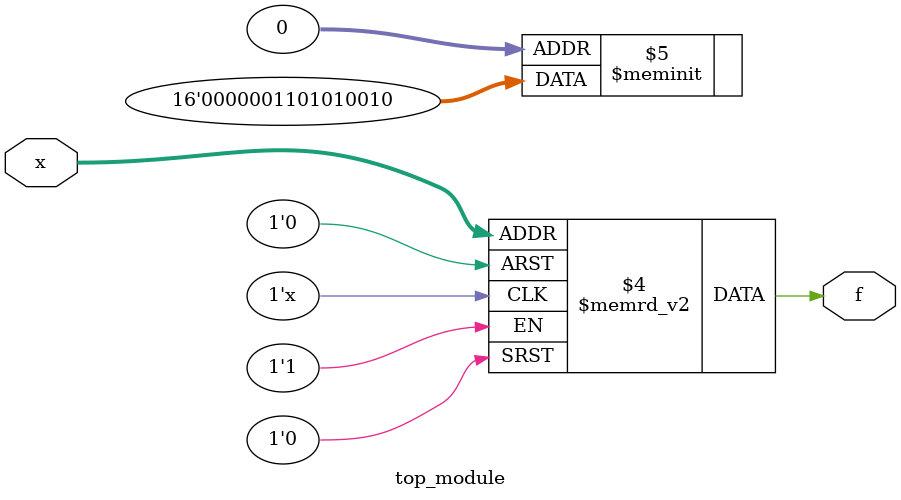
<source format=sv>
module top_module (
	input [4:1] x,
	output logic f
);

// Implementing the function f using a case statement
always_comb begin
	case(x)
		4'b0001: f = 1'b1;
		4'b0010: f = 1'b0;
		4'b0011: f = 1'b0;
		4'b0100: f = 1'b1;
		4'b0101: f = 1'b0;
		4'b0110: f = 1'b1;
		4'b0111: f = 1'b0;
		4'b1000: f = 1'b1;
		4'b1001: f = 1'b1;
		4'b1010: f = 1'b0;
		4'b1011: f = 1'b0;
		default: f = 1'b0;
	endcase
end

endmodule

</source>
